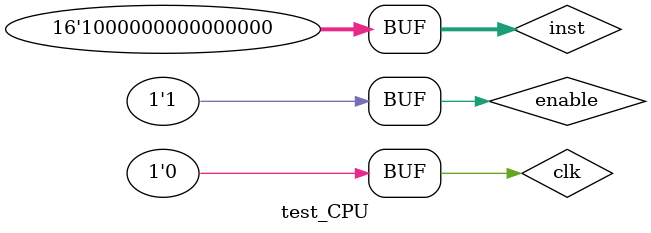
<source format=v>

`timescale 1ns / 1ns

module test_CPU;
    reg [15:0] inst;
    reg clk;

    reg enable;
    reg [15:0] data_in_memory;
    wire read_write_memory;
    wire [15:0] data_out_memory;
    wire [7:0] addr;

    wire done;
    wire [7:0] PC;

    CPU cpu(
        .clk(clk),
        .inst(inst),
        .enable(enable),

        .data_in_memory(data_in_memory),
        .read_write_memory(read_write_memory),
        .data_out_memory(data_out_memory),
        .addr(addr),

        .PC(PC)

        );

    initial begin
      $dumpfile("wave.vcd");
      $dumpvars(0, test_Inst);

      enable = 1;
      //Test 1: Load value from immediate
      #5
      inst = 16'b0000010000000001; clk = 1;
      #5
      clk = 0;
      #5
      inst = 16'b0000110000000001; clk = 1;
      #5
      clk = 0;
      //Test 2: Add values of registers
      #5
      inst = 16'b0100000000000000; clk = 1;
      #5
      clk = 0;
      //Test 3: Subtract value of registers
      #5
      inst = 16'b0101000000000000; clk = 1;
      #5
      clk = 0;
      //Test 4: INC register B
      #5
      inst = 16'b0010100000000001; clk = 1;
      #5
      clk = 0;
      //Test 5: OR value of registers
      #5
      inst = 16'b0110000000000000; clk = 1;
      #5
      clk = 0;
      //Test 6: AND value of registers
      #5
      inst = 16'b0111000000000000; clk = 1;
      #5
      clk = 0;
      //Test 7: XOR value of registers
      #5
      inst = 16'b1000000000000000; clk = 1;
      #5
      clk = 0;
      #5
      ;
    
      
    end
    

    task display;
    #1 $display("Inst: %0h, clk: %0h, done: %0h, PC: %0h", inst, clk, done, PC);
    endtask

endmodule

</source>
